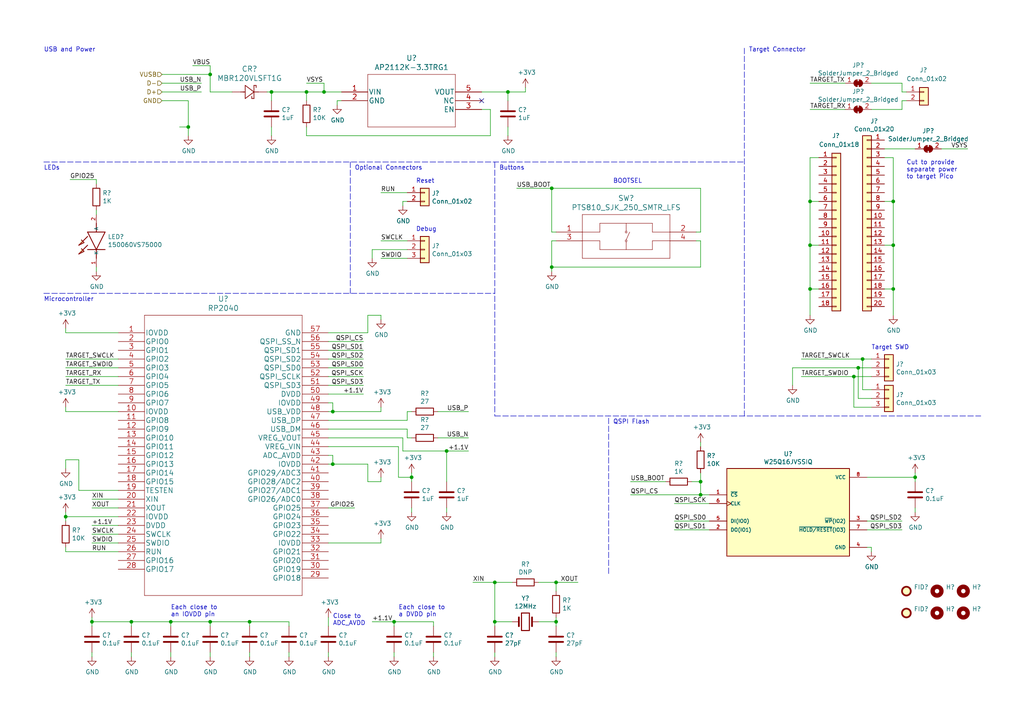
<source format=kicad_sch>
(kicad_sch (version 20211123) (generator eeschema)
  (paper "A4")
  (lib_symbols
    (symbol "150060VS75000:150060VS75000" (pin_names (offset 1.016))
      (property "Reference" "LED" (at 12.7 8.89 0))
      (property "Value" "150060VS75000_150060VS75000" (at 12.7 6.35 0))
      (symbol "150060VS75000_0_0"
        (pin bidirectional line (at 0 0 0) (length 2.54) (name "K") (number "1"))
        (pin bidirectional line (at 15.24 0 180) (length 2.54) (name "A") (number "2"))
      )
    )
    (symbol "2021-05-11_23-45-12:RP2040" (pin_names (offset 0.254))
      (property "Reference" "U" (at 30.48 10.16 0))
      (property "Value" "2021-05-11_23-45-12_RP2040" (at 30.48 7.62 0))
      (symbol "RP2040_1_1"
        (pin power_in line (at 0 0 0) (length 7.62) (name "IOVDD") (number "1"))
        (pin power_in line (at 0 -22.86 0) (length 7.62) (name "IOVDD") (number "10"))
        (pin bidirectional line (at 0 -25.4 0) (length 7.62) (name "GPIO8") (number "11"))
        (pin bidirectional line (at 0 -27.94 0) (length 7.62) (name "GPIO9") (number "12"))
        (pin bidirectional line (at 0 -30.48 0) (length 7.62) (name "GPIO10") (number "13"))
        (pin bidirectional line (at 0 -33.02 0) (length 7.62) (name "GPIO11") (number "14"))
        (pin bidirectional line (at 0 -35.56 0) (length 7.62) (name "GPIO12") (number "15"))
        (pin bidirectional line (at 0 -38.1 0) (length 7.62) (name "GPIO13") (number "16"))
        (pin bidirectional line (at 0 -40.64 0) (length 7.62) (name "GPIO14") (number "17"))
        (pin bidirectional line (at 0 -43.18 0) (length 7.62) (name "GPIO15") (number "18"))
        (pin unspecified line (at 0 -45.72 0) (length 7.62) (name "TESTEN") (number "19"))
        (pin bidirectional line (at 0 -2.54 0) (length 7.62) (name "GPIO0") (number "2"))
        (pin unspecified line (at 0 -48.26 0) (length 7.62) (name "XIN") (number "20"))
        (pin output line (at 0 -50.8 0) (length 7.62) (name "XOUT") (number "21"))
        (pin power_in line (at 0 -53.34 0) (length 7.62) (name "IOVDD") (number "22"))
        (pin power_in line (at 0 -55.88 0) (length 7.62) (name "DVDD") (number "23"))
        (pin unspecified line (at 0 -58.42 0) (length 7.62) (name "SWCLK") (number "24"))
        (pin unspecified line (at 0 -60.96 0) (length 7.62) (name "SWDIO") (number "25"))
        (pin unspecified line (at 0 -63.5 0) (length 7.62) (name "RUN") (number "26"))
        (pin bidirectional line (at 0 -66.04 0) (length 7.62) (name "GPIO16") (number "27"))
        (pin bidirectional line (at 0 -68.58 0) (length 7.62) (name "GPIO17") (number "28"))
        (pin bidirectional line (at 60.96 -71.12 180) (length 7.62) (name "GPIO18") (number "29"))
        (pin bidirectional line (at 0 -5.08 0) (length 7.62) (name "GPIO1") (number "3"))
        (pin bidirectional line (at 60.96 -68.58 180) (length 7.62) (name "GPIO19") (number "30"))
        (pin bidirectional line (at 60.96 -66.04 180) (length 7.62) (name "GPIO20") (number "31"))
        (pin bidirectional line (at 60.96 -63.5 180) (length 7.62) (name "GPIO21") (number "32"))
        (pin power_in line (at 60.96 -60.96 180) (length 7.62) (name "IOVDD") (number "33"))
        (pin bidirectional line (at 60.96 -58.42 180) (length 7.62) (name "GPIO22") (number "34"))
        (pin bidirectional line (at 60.96 -55.88 180) (length 7.62) (name "GPIO23") (number "35"))
        (pin bidirectional line (at 60.96 -53.34 180) (length 7.62) (name "GPIO24") (number "36"))
        (pin bidirectional line (at 60.96 -50.8 180) (length 7.62) (name "GPIO25") (number "37"))
        (pin bidirectional line (at 60.96 -48.26 180) (length 7.62) (name "GPIO26/ADC0") (number "38"))
        (pin bidirectional line (at 60.96 -45.72 180) (length 7.62) (name "GPIO27/ADC1") (number "39"))
        (pin bidirectional line (at 0 -7.62 0) (length 7.62) (name "GPIO2") (number "4"))
        (pin bidirectional line (at 60.96 -43.18 180) (length 7.62) (name "GPIO28/ADC2") (number "40"))
        (pin bidirectional line (at 60.96 -40.64 180) (length 7.62) (name "GPIO29/ADC3") (number "41"))
        (pin power_in line (at 60.96 -38.1 180) (length 7.62) (name "IOVDD") (number "42"))
        (pin power_in line (at 60.96 -35.56 180) (length 7.62) (name "ADC_AVDD") (number "43"))
        (pin unspecified line (at 60.96 -33.02 180) (length 7.62) (name "VREG_VIN") (number "44"))
        (pin output line (at 60.96 -30.48 180) (length 7.62) (name "VREG_VOUT") (number "45"))
        (pin unspecified line (at 60.96 -27.94 180) (length 7.62) (name "USB_DM") (number "46"))
        (pin unspecified line (at 60.96 -25.4 180) (length 7.62) (name "USB_DP") (number "47"))
        (pin power_in line (at 60.96 -22.86 180) (length 7.62) (name "USB_VDD") (number "48"))
        (pin power_in line (at 60.96 -20.32 180) (length 7.62) (name "IOVDD") (number "49"))
        (pin bidirectional line (at 0 -10.16 0) (length 7.62) (name "GPIO3") (number "5"))
        (pin power_in line (at 60.96 -17.78 180) (length 7.62) (name "DVDD") (number "50"))
        (pin bidirectional line (at 60.96 -15.24 180) (length 7.62) (name "QSPI_SD3") (number "51"))
        (pin unspecified line (at 60.96 -12.7 180) (length 7.62) (name "QSPI_SCLK") (number "52"))
        (pin bidirectional line (at 60.96 -10.16 180) (length 7.62) (name "QSPI_SD0") (number "53"))
        (pin bidirectional line (at 60.96 -7.62 180) (length 7.62) (name "QSPI_SD2") (number "54"))
        (pin bidirectional line (at 60.96 -5.08 180) (length 7.62) (name "QSPI_SD1") (number "55"))
        (pin unspecified line (at 60.96 -2.54 180) (length 7.62) (name "QSPI_SS_N") (number "56"))
        (pin power_in line (at 60.96 0 180) (length 7.62) (name "GND") (number "57"))
        (pin bidirectional line (at 0 -12.7 0) (length 7.62) (name "GPIO4") (number "6"))
        (pin bidirectional line (at 0 -15.24 0) (length 7.62) (name "GPIO5") (number "7"))
        (pin bidirectional line (at 0 -17.78 0) (length 7.62) (name "GPIO6") (number "8"))
        (pin bidirectional line (at 0 -20.32 0) (length 7.62) (name "GPIO7") (number "9"))
      )
    )
    (symbol "2021-05-12_00-19-53:AP2112K-3.3TRG1" (pin_names (offset 0.254))
      (property "Reference" "U" (at 20.32 10.16 0))
      (property "Value" "2021-05-12_00-19-53_AP2112K-3.3TRG1" (at 20.32 7.62 0))
      (symbol "AP2112K-3.3TRG1_1_1"
        (pin unspecified line (at 0 0 0) (length 7.62) (name "VIN") (number "1"))
        (pin unspecified line (at 0 -2.54 0) (length 7.62) (name "GND") (number "2"))
        (pin unspecified line (at 40.64 -5.08 180) (length 7.62) (name "EN") (number "3"))
        (pin unspecified line (at 40.64 -2.54 180) (length 7.62) (name "NC") (number "4"))
        (pin unspecified line (at 40.64 0 180) (length 7.62) (name "VOUT") (number "5"))
      )
    )
    (symbol "2021-05-12_00-49-18:MBR120VLSFT1G" (pin_numbers hide) (pin_names hide)
      (property "Reference" "CR" (at 5.08 4.445 0))
      (property "Value" "2021-05-12_00-49-18_MBR120VLSFT1G" (at 5.08 -7.62 0))
      (symbol "MBR120VLSFT1G_1_1"
        (pin unspecified line (at 10.16 0 180) (length 2.54) (name "~") (number "1"))
        (pin unspecified line (at 0 0 0) (length 2.54) (name "~") (number "2"))
      )
    )
    (symbol "2021-05-12_02-12-02:PTS810_SJK_250_SMTR_LFS" (pin_names (offset 0.254) hide)
      (property "Reference" "SW" (at 20.32 10.16 0))
      (property "Value" "2021-05-12_02-12-02_PTS810_SJK_250_SMTR_LFS" (at 20.32 7.62 0))
      (symbol "PTS810_SJK_250_SMTR_LFS_1_1"
        (pin unspecified line (at 0 0 0) (length 7.62) (name "1") (number "1"))
        (pin unspecified line (at 40.64 0 180) (length 7.62) (name "2") (number "2"))
        (pin unspecified line (at 0 -2.54 0) (length 7.62) (name "3") (number "3"))
        (pin unspecified line (at 40.64 -2.54 180) (length 7.62) (name "4") (number "4"))
      )
    )
    (symbol "Connector_Generic:Conn_01x02" (pin_names (offset 1.016) hide)
      (property "Reference" "J" (at 0 2.54 0))
      (property "Value" "Conn_01x02" (at 0 -5.08 0))
      (symbol "Conn_01x02_1_1"
        (pin passive line (at -5.08 0 0) (length 3.81) (name "Pin_1") (number "1"))
        (pin passive line (at -5.08 -2.54 0) (length 3.81) (name "Pin_2") (number "2"))
      )
    )
    (symbol "Connector_Generic:Conn_01x03" (pin_names (offset 1.016) hide)
      (property "Reference" "J" (at 0 5.08 0))
      (property "Value" "Conn_01x03" (at 0 -5.08 0))
      (symbol "Conn_01x03_1_1"
        (pin passive line (at -5.08 2.54 0) (length 3.81) (name "Pin_1") (number "1"))
        (pin passive line (at -5.08 0 0) (length 3.81) (name "Pin_2") (number "2"))
        (pin passive line (at -5.08 -2.54 0) (length 3.81) (name "Pin_3") (number "3"))
      )
    )
    (symbol "Connector_Generic:Conn_01x18" (pin_names (offset 1.016) hide)
      (property "Reference" "J" (at 0 22.86 0))
      (property "Value" "Conn_01x18" (at 0 -25.4 0))
      (symbol "Conn_01x18_1_1"
        (pin passive line (at -5.08 20.32 0) (length 3.81) (name "Pin_1") (number "1"))
        (pin passive line (at -5.08 -2.54 0) (length 3.81) (name "Pin_10") (number "10"))
        (pin passive line (at -5.08 -5.08 0) (length 3.81) (name "Pin_11") (number "11"))
        (pin passive line (at -5.08 -7.62 0) (length 3.81) (name "Pin_12") (number "12"))
        (pin passive line (at -5.08 -10.16 0) (length 3.81) (name "Pin_13") (number "13"))
        (pin passive line (at -5.08 -12.7 0) (length 3.81) (name "Pin_14") (number "14"))
        (pin passive line (at -5.08 -15.24 0) (length 3.81) (name "Pin_15") (number "15"))
        (pin passive line (at -5.08 -17.78 0) (length 3.81) (name "Pin_16") (number "16"))
        (pin passive line (at -5.08 -20.32 0) (length 3.81) (name "Pin_17") (number "17"))
        (pin passive line (at -5.08 -22.86 0) (length 3.81) (name "Pin_18") (number "18"))
        (pin passive line (at -5.08 17.78 0) (length 3.81) (name "Pin_2") (number "2"))
        (pin passive line (at -5.08 15.24 0) (length 3.81) (name "Pin_3") (number "3"))
        (pin passive line (at -5.08 12.7 0) (length 3.81) (name "Pin_4") (number "4"))
        (pin passive line (at -5.08 10.16 0) (length 3.81) (name "Pin_5") (number "5"))
        (pin passive line (at -5.08 7.62 0) (length 3.81) (name "Pin_6") (number "6"))
        (pin passive line (at -5.08 5.08 0) (length 3.81) (name "Pin_7") (number "7"))
        (pin passive line (at -5.08 2.54 0) (length 3.81) (name "Pin_8") (number "8"))
        (pin passive line (at -5.08 0 0) (length 3.81) (name "Pin_9") (number "9"))
      )
    )
    (symbol "Connector_Generic:Conn_01x20" (pin_names (offset 1.016) hide)
      (property "Reference" "J" (at 0 25.4 0))
      (property "Value" "Conn_01x20" (at 0 -27.94 0))
      (symbol "Conn_01x20_1_1"
        (pin passive line (at -5.08 22.86 0) (length 3.81) (name "Pin_1") (number "1"))
        (pin passive line (at -5.08 0 0) (length 3.81) (name "Pin_10") (number "10"))
        (pin passive line (at -5.08 -2.54 0) (length 3.81) (name "Pin_11") (number "11"))
        (pin passive line (at -5.08 -5.08 0) (length 3.81) (name "Pin_12") (number "12"))
        (pin passive line (at -5.08 -7.62 0) (length 3.81) (name "Pin_13") (number "13"))
        (pin passive line (at -5.08 -10.16 0) (length 3.81) (name "Pin_14") (number "14"))
        (pin passive line (at -5.08 -12.7 0) (length 3.81) (name "Pin_15") (number "15"))
        (pin passive line (at -5.08 -15.24 0) (length 3.81) (name "Pin_16") (number "16"))
        (pin passive line (at -5.08 -17.78 0) (length 3.81) (name "Pin_17") (number "17"))
        (pin passive line (at -5.08 -20.32 0) (length 3.81) (name "Pin_18") (number "18"))
        (pin passive line (at -5.08 -22.86 0) (length 3.81) (name "Pin_19") (number "19"))
        (pin passive line (at -5.08 20.32 0) (length 3.81) (name "Pin_2") (number "2"))
        (pin passive line (at -5.08 -25.4 0) (length 3.81) (name "Pin_20") (number "20"))
        (pin passive line (at -5.08 17.78 0) (length 3.81) (name "Pin_3") (number "3"))
        (pin passive line (at -5.08 15.24 0) (length 3.81) (name "Pin_4") (number "4"))
        (pin passive line (at -5.08 12.7 0) (length 3.81) (name "Pin_5") (number "5"))
        (pin passive line (at -5.08 10.16 0) (length 3.81) (name "Pin_6") (number "6"))
        (pin passive line (at -5.08 7.62 0) (length 3.81) (name "Pin_7") (number "7"))
        (pin passive line (at -5.08 5.08 0) (length 3.81) (name "Pin_8") (number "8"))
        (pin passive line (at -5.08 2.54 0) (length 3.81) (name "Pin_9") (number "9"))
      )
    )
    (symbol "Device:C" (pin_numbers hide) (pin_names (offset 0.254))
      (property "Reference" "C" (at 0.635 2.54 0))
      (property "Value" "C" (at 0.635 -2.54 0))
      (symbol "C_1_1"
        (pin passive line (at 0 3.81 270) (length 2.794) (name "~") (number "1"))
        (pin passive line (at 0 -3.81 90) (length 2.794) (name "~") (number "2"))
      )
    )
    (symbol "Device:Crystal" (pin_numbers hide) (pin_names (offset 1.016) hide)
      (property "Reference" "Y" (at 0 3.81 0))
      (property "Value" "Crystal" (at 0 -3.81 0))
      (symbol "Crystal_1_1"
        (pin passive line (at -3.81 0 0) (length 1.27) (name "1") (number "1"))
        (pin passive line (at 3.81 0 180) (length 1.27) (name "2") (number "2"))
      )
    )
    (symbol "Device:R" (pin_numbers hide) (pin_names (offset 0))
      (property "Reference" "R" (at 2.032 0 90))
      (property "Value" "R" (at 0 0 90))
      (symbol "R_1_1"
        (pin passive line (at 0 3.81 270) (length 1.27) (name "~") (number "1"))
        (pin passive line (at 0 -3.81 90) (length 1.27) (name "~") (number "2"))
      )
    )
    (symbol "Jumper:SolderJumper_2_Bridged" (pin_names (offset 0) hide)
      (property "Reference" "JP" (at 0 2.032 0))
      (property "Value" "SolderJumper_2_Bridged" (at 0 -2.54 0))
      (symbol "SolderJumper_2_Bridged_1_1"
        (pin passive line (at -3.81 0 0) (length 2.54) (name "A") (number "1"))
        (pin passive line (at 3.81 0 180) (length 2.54) (name "B") (number "2"))
      )
    )
    (symbol "Mechanical:Fiducial"
      (property "Reference" "FID" (at 0 5.08 0))
      (property "Value" "Fiducial" (at 0 3.175 0))
    )
    (symbol "Mechanical:MountingHole" (pin_names (offset 1.016))
      (property "Reference" "H" (at 0 5.08 0))
      (property "Value" "MountingHole" (at 0 3.175 0))
    )
    (symbol "W25Q16JVSSIQ:W25Q16JVSSIQ" (pin_names (offset 1.016))
      (property "Reference" "U" (at -17.78 13.335 0))
      (property "Value" "W25Q16JVSSIQ_W25Q16JVSSIQ" (at -17.78 -15.24 0))
      (symbol "W25Q16JVSSIQ_0_0"
        (pin input line (at -22.86 5.08 0) (length 5.08) (name "~{CS}") (number "1"))
        (pin bidirectional line (at -22.86 -5.08 0) (length 5.08) (name "DO(IO1)") (number "2"))
        (pin bidirectional line (at 22.86 -2.54 180) (length 5.08) (name "~{WP}(IO2)") (number "3"))
        (pin power_in line (at 22.86 -10.16 180) (length 5.08) (name "GND") (number "4"))
        (pin bidirectional line (at -22.86 -2.54 0) (length 5.08) (name "DI(IO0)") (number "5"))
        (pin input clock (at -22.86 2.54 0) (length 5.08) (name "CLK") (number "6"))
        (pin bidirectional line (at 22.86 -5.08 180) (length 5.08) (name "~{HOLD/RESET}(IO3)") (number "7"))
        (pin power_in line (at 22.86 10.16 180) (length 5.08) (name "VCC") (number "8"))
      )
    )
    (symbol "power:+3.3V" (power) (pin_names (offset 0))
      (property "Value" "+3.3V" (at 0 3.556 0))
      (symbol "+3.3V_1_1"
        (pin power_in line (at 0 0 90) (length 0) hide (name "+3V3") (number "1"))
      )
    )
    (symbol "power:GND" (power) (pin_names (offset 0))
      (property "Value" "GND" (at 0 -3.81 0))
      (symbol "GND_1_1"
        (pin power_in line (at 0 0 270) (length 0) hide (name "GND") (number "1"))
      )
    )
  )
  (junction (at 54.61 36.83))
  (junction (at 72.39 180.34))
  (junction (at 161.29 180.34))
  (junction (at 203.2 143.51))
  (junction (at 147.32 26.67))
  (junction (at 60.96 21.59))
  (junction (at 129.54 130.81))
  (junction (at 234.95 58.42))
  (junction (at 93.98 26.67))
  (junction (at 26.67 180.34))
  (junction (at 19.05 149.86))
  (junction (at 259.08 83.82))
  (junction (at 259.08 58.42))
  (junction (at 143.51 168.91))
  (junction (at 160.02 54.61))
  (junction (at 160.02 77.47))
  (junction (at 88.9 26.67))
  (junction (at 49.53 180.34))
  (junction (at 60.96 180.34))
  (junction (at 161.29 168.91))
  (junction (at 265.43 138.43))
  (junction (at 203.2 139.7))
  (junction (at 234.95 71.12))
  (junction (at 250.19 104.14))
  (junction (at 38.1 180.34))
  (junction (at 259.08 71.12))
  (junction (at 119.38 138.43))
  (junction (at 143.51 180.34))
  (junction (at 96.52 119.38))
  (junction (at 114.3 180.34))
  (junction (at 78.74 26.67))
  (junction (at 234.95 83.82))
  (junction (at 248.92 106.68))
  (junction (at 247.65 109.22))
  (junction (at 96.52 134.62))
  (no_connect (at 139.7 29.21))
  (wire (pts (xy 129.54 147.32) (xy 129.54 148.59)))
  (wire (pts (xy 160.02 77.47) (xy 160.02 78.74)))
  (wire (pts (xy 95.25 129.54) (xy 115.57 129.54)))
  (wire (pts (xy 261.62 31.75) (xy 252.73 31.75)))
  (wire (pts (xy 34.29 154.94) (xy 26.67 154.94)))
  (wire (pts (xy 119.38 138.43) (xy 119.38 137.16)))
  (wire (pts (xy 237.49 83.82) (xy 234.95 83.82)))
  (wire (pts (xy 19.05 104.14) (xy 34.29 104.14)))
  (wire (pts (xy 96.52 134.62) (xy 106.68 134.62)))
  (wire (pts (xy 148.59 180.34) (xy 143.51 180.34)))
  (wire (pts (xy 203.2 69.85) (xy 201.93 69.85)))
  (wire (pts (xy 95.25 147.32) (xy 102.87 147.32)))
  (wire (pts (xy 54.61 29.21) (xy 54.61 36.83)))
  (wire (pts (xy 95.25 116.84) (xy 96.52 116.84)))
  (wire (pts (xy 93.98 26.67) (xy 99.06 26.67)))
  (wire (pts (xy 252.73 118.11) (xy 247.65 118.11)))
  (wire (pts (xy 83.82 181.61) (xy 83.82 180.34)))
  (wire (pts (xy 143.51 168.91) (xy 137.16 168.91)))
  (wire (pts (xy 106.68 134.62) (xy 106.68 139.7)))
  (wire (pts (xy 95.25 127) (xy 116.84 127)))
  (wire (pts (xy 38.1 189.23) (xy 38.1 190.5)))
  (wire (pts (xy 256.54 83.82) (xy 259.08 83.82)))
  (wire (pts (xy 237.49 45.72) (xy 234.95 45.72)))
  (wire (pts (xy 34.29 147.32) (xy 26.67 147.32)))
  (wire (pts (xy 60.96 189.23) (xy 60.96 190.5)))
  (wire (pts (xy 251.46 158.75) (xy 252.73 158.75)))
  (polyline (pts (xy 143.51 46.99) (xy 143.51 120.65)))
  (wire (pts (xy 127 119.38) (xy 135.89 119.38)))
  (wire (pts (xy 72.39 189.23) (xy 72.39 190.5)))
  (wire (pts (xy 26.67 180.34) (xy 26.67 179.07)))
  (wire (pts (xy 205.74 143.51) (xy 203.2 143.51)))
  (wire (pts (xy 259.08 45.72) (xy 259.08 58.42)))
  (wire (pts (xy 95.25 109.22) (xy 105.41 109.22)))
  (wire (pts (xy 143.51 180.34) (xy 143.51 168.91)))
  (wire (pts (xy 110.49 91.44) (xy 110.49 92.71)))
  (wire (pts (xy 106.68 139.7) (xy 110.49 139.7)))
  (wire (pts (xy 160.02 69.85) (xy 160.02 77.47)))
  (wire (pts (xy 19.05 151.13) (xy 19.05 149.86)))
  (wire (pts (xy 161.29 189.23) (xy 161.29 190.5)))
  (wire (pts (xy 247.65 118.11) (xy 247.65 109.22)))
  (wire (pts (xy 147.32 26.67) (xy 152.4 26.67)))
  (wire (pts (xy 110.49 139.7) (xy 110.49 138.43)))
  (wire (pts (xy 251.46 151.13) (xy 261.62 151.13)))
  (wire (pts (xy 115.57 138.43) (xy 119.38 138.43)))
  (wire (pts (xy 46.99 21.59) (xy 60.96 21.59)))
  (wire (pts (xy 26.67 180.34) (xy 26.67 181.61)))
  (wire (pts (xy 95.25 189.23) (xy 95.25 190.5)))
  (wire (pts (xy 106.68 96.52) (xy 106.68 91.44)))
  (polyline (pts (xy 143.51 120.65) (xy 284.48 120.65)))
  (wire (pts (xy 129.54 139.7) (xy 129.54 130.81)))
  (wire (pts (xy 60.96 181.61) (xy 60.96 180.34)))
  (wire (pts (xy 95.25 119.38) (xy 96.52 119.38)))
  (wire (pts (xy 152.4 26.67) (xy 152.4 25.4)))
  (wire (pts (xy 19.05 149.86) (xy 34.29 149.86)))
  (wire (pts (xy 26.67 189.23) (xy 26.67 190.5)))
  (wire (pts (xy 143.51 181.61) (xy 143.51 180.34)))
  (wire (pts (xy 248.92 115.57) (xy 252.73 115.57)))
  (wire (pts (xy 95.25 101.6) (xy 105.41 101.6)))
  (wire (pts (xy 95.25 104.14) (xy 105.41 104.14)))
  (wire (pts (xy 259.08 71.12) (xy 259.08 83.82)))
  (wire (pts (xy 203.2 139.7) (xy 203.2 137.16)))
  (wire (pts (xy 19.05 160.02) (xy 19.05 158.75)))
  (wire (pts (xy 203.2 77.47) (xy 203.2 69.85)))
  (wire (pts (xy 27.94 77.47) (xy 27.94 78.74)))
  (wire (pts (xy 118.11 74.93) (xy 110.49 74.93)))
  (wire (pts (xy 118.11 127) (xy 119.38 127)))
  (wire (pts (xy 195.58 146.05) (xy 205.74 146.05)))
  (wire (pts (xy 95.25 179.07) (xy 95.25 181.61)))
  (wire (pts (xy 22.86 133.35) (xy 19.05 133.35)))
  (wire (pts (xy 34.29 157.48) (xy 26.67 157.48)))
  (wire (pts (xy 46.99 26.67) (xy 58.42 26.67)))
  (wire (pts (xy 19.05 160.02) (xy 34.29 160.02)))
  (wire (pts (xy 234.95 31.75) (xy 245.11 31.75)))
  (wire (pts (xy 49.53 181.61) (xy 49.53 180.34)))
  (wire (pts (xy 95.25 99.06) (xy 105.41 99.06)))
  (wire (pts (xy 234.95 58.42) (xy 234.95 71.12)))
  (wire (pts (xy 127 127) (xy 135.89 127)))
  (wire (pts (xy 125.73 181.61) (xy 125.73 180.34)))
  (wire (pts (xy 142.24 31.75) (xy 139.7 31.75)))
  (wire (pts (xy 88.9 36.83) (xy 88.9 39.37)))
  (wire (pts (xy 203.2 143.51) (xy 203.2 139.7)))
  (wire (pts (xy 96.52 116.84) (xy 96.52 119.38)))
  (wire (pts (xy 252.73 106.68) (xy 248.92 106.68)))
  (wire (pts (xy 160.02 77.47) (xy 203.2 77.47)))
  (wire (pts (xy 234.95 71.12) (xy 234.95 83.82)))
  (wire (pts (xy 27.94 60.96) (xy 27.94 62.23)))
  (wire (pts (xy 19.05 119.38) (xy 19.05 118.11)))
  (wire (pts (xy 97.79 29.21) (xy 99.06 29.21)))
  (wire (pts (xy 116.84 127) (xy 116.84 130.81)))
  (polyline (pts (xy 12.7 85.09) (xy 143.51 85.09)))
  (wire (pts (xy 93.98 26.67) (xy 93.98 24.13)))
  (wire (pts (xy 237.49 71.12) (xy 234.95 71.12)))
  (wire (pts (xy 273.05 43.18) (xy 280.67 43.18)))
  (wire (pts (xy 201.93 67.31) (xy 203.2 67.31)))
  (wire (pts (xy 114.3 181.61) (xy 114.3 180.34)))
  (wire (pts (xy 129.54 130.81) (xy 135.89 130.81)))
  (wire (pts (xy 118.11 119.38) (xy 119.38 119.38)))
  (wire (pts (xy 203.2 67.31) (xy 203.2 54.61)))
  (wire (pts (xy 118.11 121.92) (xy 118.11 119.38)))
  (wire (pts (xy 107.95 72.39) (xy 118.11 72.39)))
  (wire (pts (xy 78.74 26.67) (xy 88.9 26.67)))
  (wire (pts (xy 78.74 26.67) (xy 78.74 29.21)))
  (wire (pts (xy 256.54 58.42) (xy 259.08 58.42)))
  (wire (pts (xy 34.29 144.78) (xy 26.67 144.78)))
  (wire (pts (xy 250.19 113.03) (xy 250.19 104.14)))
  (wire (pts (xy 52.07 36.83) (xy 54.61 36.83)))
  (wire (pts (xy 54.61 36.83) (xy 54.61 39.37)))
  (wire (pts (xy 78.74 36.83) (xy 78.74 39.37)))
  (wire (pts (xy 96.52 119.38) (xy 110.49 119.38)))
  (wire (pts (xy 118.11 55.88) (xy 110.49 55.88)))
  (wire (pts (xy 234.95 45.72) (xy 234.95 58.42)))
  (wire (pts (xy 19.05 148.59) (xy 19.05 149.86)))
  (polyline (pts (xy 176.53 166.37) (xy 176.53 120.65)))
  (wire (pts (xy 265.43 137.16) (xy 265.43 138.43)))
  (wire (pts (xy 256.54 43.18) (xy 265.43 43.18)))
  (wire (pts (xy 107.95 74.93) (xy 107.95 72.39)))
  (wire (pts (xy 49.53 180.34) (xy 38.1 180.34)))
  (wire (pts (xy 49.53 189.23) (xy 49.53 190.5)))
  (wire (pts (xy 60.96 21.59) (xy 60.96 19.05)))
  (wire (pts (xy 95.25 134.62) (xy 96.52 134.62)))
  (wire (pts (xy 161.29 180.34) (xy 161.29 181.61)))
  (wire (pts (xy 19.05 133.35) (xy 19.05 135.89)))
  (wire (pts (xy 252.73 113.03) (xy 250.19 113.03)))
  (wire (pts (xy 147.32 26.67) (xy 147.32 29.21)))
  (wire (pts (xy 256.54 45.72) (xy 259.08 45.72)))
  (wire (pts (xy 161.29 69.85) (xy 160.02 69.85)))
  (wire (pts (xy 251.46 138.43) (xy 265.43 138.43)))
  (wire (pts (xy 88.9 26.67) (xy 93.98 26.67)))
  (wire (pts (xy 156.21 180.34) (xy 161.29 180.34)))
  (wire (pts (xy 72.39 180.34) (xy 60.96 180.34)))
  (wire (pts (xy 118.11 58.42) (xy 116.84 58.42)))
  (wire (pts (xy 143.51 189.23) (xy 143.51 190.5)))
  (wire (pts (xy 252.73 158.75) (xy 252.73 160.02)))
  (wire (pts (xy 95.25 96.52) (xy 106.68 96.52)))
  (wire (pts (xy 234.95 83.82) (xy 234.95 91.44)))
  (wire (pts (xy 182.88 143.51) (xy 203.2 143.51)))
  (wire (pts (xy 259.08 58.42) (xy 259.08 71.12)))
  (wire (pts (xy 118.11 124.46) (xy 118.11 127)))
  (wire (pts (xy 251.46 153.67) (xy 261.62 153.67)))
  (wire (pts (xy 143.51 168.91) (xy 148.59 168.91)))
  (wire (pts (xy 27.94 52.07) (xy 20.32 52.07)))
  (polyline (pts (xy 101.6 46.99) (xy 101.6 85.09)))
  (wire (pts (xy 60.96 26.67) (xy 67.31 26.67)))
  (wire (pts (xy 160.02 67.31) (xy 161.29 67.31)))
  (wire (pts (xy 83.82 180.34) (xy 72.39 180.34)))
  (wire (pts (xy 19.05 119.38) (xy 34.29 119.38)))
  (wire (pts (xy 156.21 168.91) (xy 161.29 168.91)))
  (wire (pts (xy 232.41 109.22) (xy 247.65 109.22)))
  (wire (pts (xy 161.29 168.91) (xy 161.29 171.45)))
  (wire (pts (xy 203.2 128.27) (xy 203.2 129.54)))
  (wire (pts (xy 250.19 104.14) (xy 252.73 104.14)))
  (wire (pts (xy 261.62 29.21) (xy 261.62 31.75)))
  (wire (pts (xy 34.29 111.76) (xy 19.05 111.76)))
  (polyline (pts (xy 12.7 46.99) (xy 215.9 46.99)))
  (wire (pts (xy 114.3 189.23) (xy 114.3 190.5)))
  (wire (pts (xy 34.29 106.68) (xy 19.05 106.68)))
  (wire (pts (xy 119.38 147.32) (xy 119.38 148.59)))
  (wire (pts (xy 95.25 106.68) (xy 105.41 106.68)))
  (wire (pts (xy 232.41 104.14) (xy 250.19 104.14)))
  (wire (pts (xy 229.87 106.68) (xy 229.87 111.76)))
  (wire (pts (xy 95.25 111.76) (xy 105.41 111.76)))
  (wire (pts (xy 88.9 39.37) (xy 142.24 39.37)))
  (wire (pts (xy 34.29 109.22) (xy 19.05 109.22)))
  (wire (pts (xy 259.08 83.82) (xy 259.08 91.44)))
  (polyline (pts (xy 215.9 13.97) (xy 215.9 120.65)))
  (wire (pts (xy 261.62 26.67) (xy 261.62 24.13)))
  (wire (pts (xy 46.99 29.21) (xy 54.61 29.21)))
  (wire (pts (xy 38.1 181.61) (xy 38.1 180.34)))
  (wire (pts (xy 161.29 168.91) (xy 167.64 168.91)))
  (wire (pts (xy 22.86 142.24) (xy 22.86 133.35)))
  (wire (pts (xy 96.52 132.08) (xy 96.52 134.62)))
  (wire (pts (xy 125.73 180.34) (xy 114.3 180.34)))
  (wire (pts (xy 125.73 189.23) (xy 125.73 190.5)))
  (wire (pts (xy 193.04 139.7) (xy 182.88 139.7)))
  (wire (pts (xy 116.84 58.42) (xy 116.84 59.69)))
  (wire (pts (xy 205.74 153.67) (xy 195.58 153.67)))
  (wire (pts (xy 115.57 129.54) (xy 115.57 138.43)))
  (wire (pts (xy 106.68 91.44) (xy 110.49 91.44)))
  (wire (pts (xy 107.95 180.34) (xy 114.3 180.34)))
  (wire (pts (xy 46.99 24.13) (xy 58.42 24.13)))
  (wire (pts (xy 77.47 26.67) (xy 78.74 26.67)))
  (wire (pts (xy 200.66 139.7) (xy 203.2 139.7)))
  (wire (pts (xy 256.54 71.12) (xy 259.08 71.12)))
  (wire (pts (xy 95.25 114.3) (xy 105.41 114.3)))
  (wire (pts (xy 34.29 152.4) (xy 26.67 152.4)))
  (wire (pts (xy 97.79 30.48) (xy 97.79 29.21)))
  (wire (pts (xy 93.98 24.13) (xy 88.9 24.13)))
  (wire (pts (xy 116.84 130.81) (xy 129.54 130.81)))
  (wire (pts (xy 142.24 39.37) (xy 142.24 31.75)))
  (wire (pts (xy 265.43 138.43) (xy 265.43 139.7)))
  (wire (pts (xy 95.25 121.92) (xy 118.11 121.92)))
  (wire (pts (xy 203.2 54.61) (xy 160.02 54.61)))
  (wire (pts (xy 262.89 29.21) (xy 261.62 29.21)))
  (wire (pts (xy 160.02 54.61) (xy 149.86 54.61)))
  (wire (pts (xy 110.49 119.38) (xy 110.49 118.11)))
  (wire (pts (xy 83.82 189.23) (xy 83.82 190.5)))
  (wire (pts (xy 237.49 58.42) (xy 234.95 58.42)))
  (wire (pts (xy 34.29 142.24) (xy 22.86 142.24)))
  (wire (pts (xy 110.49 157.48) (xy 110.49 156.21)))
  (wire (pts (xy 95.25 132.08) (xy 96.52 132.08)))
  (wire (pts (xy 161.29 179.07) (xy 161.29 180.34)))
  (wire (pts (xy 60.96 19.05) (xy 55.88 19.05)))
  (wire (pts (xy 248.92 106.68) (xy 248.92 115.57)))
  (wire (pts (xy 265.43 147.32) (xy 265.43 148.59)))
  (wire (pts (xy 262.89 26.67) (xy 261.62 26.67)))
  (wire (pts (xy 72.39 181.61) (xy 72.39 180.34)))
  (wire (pts (xy 19.05 96.52) (xy 19.05 95.25)))
  (wire (pts (xy 147.32 36.83) (xy 147.32 39.37)))
  (wire (pts (xy 234.95 24.13) (xy 245.11 24.13)))
  (wire (pts (xy 261.62 24.13) (xy 252.73 24.13)))
  (wire (pts (xy 27.94 53.34) (xy 27.94 52.07)))
  (wire (pts (xy 60.96 180.34) (xy 49.53 180.34)))
  (wire (pts (xy 205.74 151.13) (xy 195.58 151.13)))
  (wire (pts (xy 19.05 96.52) (xy 34.29 96.52)))
  (wire (pts (xy 139.7 26.67) (xy 147.32 26.67)))
  (wire (pts (xy 60.96 21.59) (xy 60.96 26.67)))
  (wire (pts (xy 160.02 54.61) (xy 160.02 67.31)))
  (wire (pts (xy 119.38 138.43) (xy 119.38 139.7)))
  (wire (pts (xy 95.25 124.46) (xy 118.11 124.46)))
  (wire (pts (xy 229.87 106.68) (xy 248.92 106.68)))
  (wire (pts (xy 88.9 26.67) (xy 88.9 29.21)))
  (wire (pts (xy 118.11 69.85) (xy 110.49 69.85)))
  (wire (pts (xy 95.25 157.48) (xy 110.49 157.48)))
  (wire (pts (xy 247.65 109.22) (xy 252.73 109.22)))
  (wire (pts (xy 38.1 180.34) (xy 26.67 180.34)))
  (text "Close to\nADC_AVDD" (at 96.52 181.61 0) (effects (font (size 1.27 1.27)) (justify left bottom)))
  (text "Target Connector" (at 217.17 15.24 0) (effects (font (size 1.27 1.27)) (justify left bottom)))
  (text "Each close to\na DVDD pin" (at 115.57 179.07 0) (effects (font (size 1.27 1.27)) (justify left bottom)))
  (text "Debug" (at 120.65 67.31 0) (effects (font (size 1.27 1.27)) (justify left bottom)))
  (text "USB and Power" (at 12.7 15.24 0) (effects (font (size 1.27 1.27)) (justify left bottom)))
  (text "Buttons" (at 144.78 49.53 0) (effects (font (size 1.27 1.27)) (justify left bottom)))
  (text "BOOTSEL" (at 177.8 53.34 0) (effects (font (size 1.27 1.27)) (justify left bottom)))
  (text "Microcontroller" (at 12.7 87.63 0) (effects (font (size 1.27 1.27)) (justify left bottom)))
  (text "Each close to\nan IOVDD pin" (at 49.53 179.07 0) (effects (font (size 1.27 1.27)) (justify left bottom)))
  (text "Target SWD" (at 252.73 101.6 0) (effects (font (size 1.27 1.27)) (justify left bottom)))
  (text "Reset" (at 120.65 53.34 0) (effects (font (size 1.27 1.27)) (justify left bottom)))
  (text "Optional Connectors" (at 102.87 49.53 0) (effects (font (size 1.27 1.27)) (justify left bottom)))
  (text "Cut to provide\nseparate power\nto target Pico" (at 262.89 52.07 0) (effects (font (size 1.27 1.27)) (justify left bottom)))
  (text "QSPI Flash" (at 177.8 123.19 0) (effects (font (size 1.27 1.27)) (justify left bottom)))
  (text "LEDs" (at 12.7 49.53 0) (effects (font (size 1.27 1.27)) (justify left bottom)))
  (label "QSPI_SD0" (at 195.58 151.13 0))
  (label "+1.1V" (at 135.89 130.81 180))
  (label "USB_BOOT" (at 149.86 54.61 0))
  (label "TARGET_SWCLK" (at 19.05 104.14 0))
  (label "VBUS" (at 55.88 19.05 0))
  (label "XOUT" (at 167.64 168.91 180))
  (label "XIN" (at 137.16 168.91 0))
  (label "+1.1V" (at 105.41 114.3 180))
  (label "TARGET_SWDIO" (at 232.41 109.22 0))
  (label "XOUT" (at 26.67 147.32 0))
  (label "USB_N" (at 135.89 127 180))
  (label "TARGET_RX" (at 19.05 109.22 0))
  (label "USB_N" (at 58.42 24.13 180))
  (label "QSPI_SD0" (at 105.41 106.68 180))
  (label "QSPI_SD3" (at 105.41 111.76 180))
  (label "QSPI_SD2" (at 261.62 151.13 180))
  (label "USB_P" (at 58.42 26.67 180))
  (label "TARGET_TX" (at 234.95 24.13 0))
  (label "QSPI_SD1" (at 105.41 101.6 180))
  (label "TARGET_RX" (at 234.95 31.75 0))
  (label "VSYS" (at 88.9 24.13 0))
  (label "QSPI_SD3" (at 261.62 153.67 180))
  (label "QSPI_CS" (at 105.41 99.06 180))
  (label "XIN" (at 26.67 144.78 0))
  (label "SWCLK" (at 110.49 69.85 0))
  (label "RUN" (at 110.49 55.88 0))
  (label "GPIO25" (at 20.32 52.07 0))
  (label "SWDIO" (at 26.67 157.48 0))
  (label "QSPI_CS" (at 182.88 143.51 0))
  (label "SWDIO" (at 110.49 74.93 0))
  (label "QSPI_SCK" (at 195.58 146.05 0))
  (label "TARGET_TX" (at 19.05 111.76 0))
  (label "+1.1V" (at 107.95 180.34 0))
  (label "+1.1V" (at 26.67 152.4 0))
  (label "QSPI_SD2" (at 105.41 104.14 180))
  (label "SWCLK" (at 26.67 154.94 0))
  (label "TARGET_SWCLK" (at 232.41 104.14 0))
  (label "QSPI_SD1" (at 195.58 153.67 0))
  (label "GPIO25" (at 102.87 147.32 180))
  (label "USB_BOOT" (at 182.88 139.7 0))
  (label "QSPI_SCK" (at 105.41 109.22 180))
  (label "USB_P" (at 135.89 119.38 180))
  (label "VSYS" (at 280.67 43.18 180))
  (label "RUN" (at 26.67 160.02 0))
  (label "TARGET_SWDIO" (at 19.05 106.68 0))
  (hierarchical_label "D+" (shape input) (at 46.99 26.67 180))
  (hierarchical_label "VUSB" (shape input) (at 46.99 21.59 180))
  (hierarchical_label "D-" (shape input) (at 46.99 24.13 180))
  (hierarchical_label "GND" (shape input) (at 46.99 29.21 180))
  (symbol (lib_id "power:GND") (at 160.02 78.74 0) (unit 1)
    (property "Reference" "#PWR?" (effects hide))
    (property "Value" "GND" (at 160.147 83.1342 0))
  )
  (symbol (lib_id "power:GND") (at 125.73 190.5 0) (unit 1)
    (property "Reference" "#PWR?" (effects hide))
    (property "Value" "GND" (at 125.857 194.8942 0))
  )
  (symbol (lib_id "power:GND") (at 60.96 190.5 0) (unit 1)
    (property "Reference" "#PWR?" (effects hide))
    (property "Value" "GND" (at 61.087 194.8942 0))
  )
  (symbol (lib_id "power:GND") (at 49.53 190.5 0) (unit 1)
    (property "Reference" "#PWR?" (effects hide))
    (property "Value" "GND" (at 49.657 194.8942 0))
  )
  (symbol (lib_id "Device:R") (at 19.05 154.94 0) (unit 1)
    (property "Reference" "R?" (at 20.828 153.7716 0) (effects (justify left)))
    (property "Value" "10K" (at 20.828 156.083 0) (effects (justify left)))
    (property "Footprint" "Resistor_SMD:R_0603_1608Metric_Pad0.98x0.95mm_HandSolder" (effects hide))
    (property "Digi-Key_PN" "311-10KGRCT-ND" (effects hide))
  )
  (symbol (lib_id "Device:C") (at 78.74 33.02 0) (unit 1)
    (property "Reference" "C?" (at 81.661 31.8516 0) (effects (justify left)))
    (property "Value" "1uF" (at 81.661 34.163 0) (effects (justify left)))
    (property "Footprint" "Capacitor_SMD:C_0603_1608Metric_Pad1.08x0.95mm_HandSolder" (effects hide))
    (property "Digi-Key_PN" "1276-6524-1-ND" (effects hide))
  )
  (symbol (lib_id "power:GND") (at 27.94 78.74 0) (unit 1)
    (property "Reference" "#PWR?" (effects hide))
    (property "Value" "GND" (at 28.067 83.1342 0))
  )
  (symbol (lib_id "power:+3.3V") (at 95.25 179.07 0) (unit 1)
    (property "Reference" "#PWR?" (effects hide))
    (property "Value" "+3.3V" (at 95.631 174.6758 0))
  )
  (symbol (lib_id "power:+3.3V") (at 152.4 25.4 0) (unit 1)
    (property "Reference" "#PWR?" (effects hide))
    (property "Value" "+3.3V" (at 152.781 21.0058 0))
  )
  (symbol (lib_id "Connector_Generic:Conn_01x03") (at 123.19 72.39 0) (unit 1)
    (property "Reference" "J?" (at 125.222 71.3232 0) (effects (justify left)))
    (property "Value" "Conn_01x03" (at 125.222 73.6346 0) (effects (justify left)))
    (property "Footprint" "custom:PinHeader_1x03_P2.54mm_Vertical_no-silk" (effects hide))
  )
  (symbol (lib_id "power:GND") (at 26.67 190.5 0) (unit 1)
    (property "Reference" "#PWR?" (effects hide))
    (property "Value" "GND" (at 26.797 194.8942 0))
  )
  (symbol (lib_id "Connector_Generic:Conn_01x03") (at 257.81 115.57 0) (unit 1)
    (property "Reference" "J?" (at 259.842 114.5032 0) (effects (justify left)))
    (property "Value" "Conn_01x03" (at 259.842 116.8146 0) (effects (justify left)))
    (property "Footprint" "custom:PinHeader_1x03_P2.54mm_Vertical_no-silk" (effects hide))
    (property "Digi-Key_PN" "S7036-ND" (effects hide))
  )
  (symbol (lib_id "power:GND") (at 54.61 39.37 0) (unit 1)
    (property "Reference" "#PWR?" (effects hide))
    (property "Value" "GND" (at 54.737 43.7642 0))
  )
  (symbol (lib_id "power:+3.3V") (at 19.05 95.25 0) (unit 1)
    (property "Reference" "#PWR?" (effects hide))
    (property "Value" "+3.3V" (at 19.431 90.8558 0))
  )
  (symbol (lib_id "power:GND") (at 97.79 30.48 0) (unit 1)
    (property "Reference" "#PWR?" (effects hide))
    (property "Value" "GND" (at 97.917 34.8742 0))
  )
  (symbol (lib_id "Jumper:SolderJumper_2_Bridged") (at 248.92 24.13 0) (unit 1)
    (property "Reference" "JP?" (at 248.92 18.923 0))
    (property "Value" "SolderJumper_2_Bridged" (at 248.92 21.2344 0))
    (property "Footprint" "Jumper:SolderJumper-2_P1.3mm_Bridged_RoundedPad1.0x1.5mm" (effects hide))
  )
  (symbol (lib_id "power:GND") (at 116.84 59.69 0) (unit 1)
    (property "Reference" "#PWR?" (effects hide))
    (property "Value" "GND" (at 116.967 64.0842 0))
  )
  (symbol (lib_id "Device:C") (at 60.96 185.42 0) (unit 1)
    (property "Reference" "C?" (at 63.881 184.2516 0) (effects (justify left)))
    (property "Value" "0.1uF" (at 63.881 186.563 0) (effects (justify left)))
    (property "Footprint" "Capacitor_SMD:C_0603_1608Metric_Pad1.08x0.95mm_HandSolder" (effects hide))
    (property "Digi-Key_PN" "311-1344-1-ND" (effects hide))
  )
  (symbol (lib_id "Jumper:SolderJumper_2_Bridged") (at 248.92 31.75 0) (unit 1)
    (property "Reference" "JP?" (at 248.92 26.543 0))
    (property "Value" "SolderJumper_2_Bridged" (at 248.92 28.8544 0))
    (property "Footprint" "Jumper:SolderJumper-2_P1.3mm_Bridged_RoundedPad1.0x1.5mm" (effects hide))
  )
  (symbol (lib_id "2021-05-12_00-19-53:AP2112K-3.3TRG1") (at 99.06 26.67 0) (unit 1)
    (property "Reference" "U?" (at 119.38 16.8402 0) (effects (font (size 1.524 1.524))))
    (property "Value" "AP2112K-3.3TRG1" (at 119.38 19.5326 0) (effects (font (size 1.524 1.524))))
    (property "Footprint" "ap2112:AP2112K-3.3TRG1" (effects hide))
    (property "Digi-Key_PN" "AP2112K-3.3TRG1DICT-ND" (effects hide))
  )
  (symbol (lib_id "Device:R") (at 27.94 57.15 0) (unit 1)
    (property "Reference" "R?" (at 29.718 55.9816 0) (effects (justify left)))
    (property "Value" "1K" (at 29.718 58.293 0) (effects (justify left)))
    (property "Footprint" "Resistor_SMD:R_0603_1608Metric_Pad0.98x0.95mm_HandSolder" (effects hide))
    (property "Digi-Key_PN" "311-1.00KHRCT-ND" (effects hide))
  )
  (symbol (lib_id "power:GND") (at 234.95 91.44 0) (unit 1)
    (property "Reference" "#PWR?" (effects hide))
    (property "Value" "GND" (at 235.077 95.8342 0))
  )
  (symbol (lib_id "power:GND") (at 72.39 190.5 0) (unit 1)
    (property "Reference" "#PWR?" (effects hide))
    (property "Value" "GND" (at 72.517 194.8942 0))
  )
  (symbol (lib_id "Device:C") (at 72.39 185.42 0) (unit 1)
    (property "Reference" "C?" (at 75.311 184.2516 0) (effects (justify left)))
    (property "Value" "0.1uF" (at 75.311 186.563 0) (effects (justify left)))
    (property "Footprint" "Capacitor_SMD:C_0603_1608Metric_Pad1.08x0.95mm_HandSolder" (effects hide))
    (property "Digi-Key_PN" "311-1344-1-ND" (effects hide))
  )
  (symbol (lib_id "power:+3.3V") (at 265.43 137.16 0) (unit 1)
    (property "Reference" "#PWR?" (effects hide))
    (property "Value" "+3.3V" (at 265.811 132.7658 0))
  )
  (symbol (lib_id "Device:C") (at 114.3 185.42 0) (unit 1)
    (property "Reference" "C?" (at 117.221 184.2516 0) (effects (justify left)))
    (property "Value" "0.1uF" (at 117.221 186.563 0) (effects (justify left)))
    (property "Footprint" "Capacitor_SMD:C_0603_1608Metric_Pad1.08x0.95mm_HandSolder" (effects hide))
    (property "Digi-Key_PN" "311-1344-1-ND" (effects hide))
  )
  (symbol (lib_id "Mechanical:Fiducial") (at 262.89 171.45 0) (unit 1)
    (property "Reference" "FID?" (at 265.049 170.2816 0) (effects (justify left)))
    (property "Value" "Fiducial" (effects hide))
    (property "Footprint" "Fiducial:Fiducial_1mm_Mask2mm" (effects hide))
  )
  (symbol (lib_id "W25Q16JVSSIQ:W25Q16JVSSIQ") (at 228.6 148.59 0) (unit 1)
    (property "Reference" "U?" (at 228.6 131.6482 0))
    (property "Value" "W25Q16JVSSIQ" (at 228.6 133.9596 0))
    (property "Footprint" "W25Q16JVSSIQ:SOIC127P790X216-8N" (effects hide))
    (property "PRICE" "None" (effects hide))
    (property "AVAILABILITY" "Unavailable" (effects hide))
    (property "MF" "Winbond Electronics" (effects hide))
    (property "MP" "W25Q16JVSSIQ" (effects hide))
    (property "PACKAGE" "SOIC-8 Winbond" (effects hide))
    (property "DESCRIPTION" "3v 16m-Bit Serial Flash Memory With Dual" (effects hide))
    (property "Digi-Key_PN" "256-W25Q16JVSSIM-ND" (effects hide))
  )
  (symbol (lib_id "Device:C") (at 125.73 185.42 0) (unit 1)
    (property "Reference" "C?" (at 128.651 184.2516 0) (effects (justify left)))
    (property "Value" "0.1uF" (at 128.651 186.563 0) (effects (justify left)))
    (property "Footprint" "Capacitor_SMD:C_0603_1608Metric_Pad1.08x0.95mm_HandSolder" (effects hide))
    (property "Digi-Key_PN" "311-1344-1-ND" (effects hide))
  )
  (symbol (lib_id "Device:C") (at 143.51 185.42 0) (unit 1)
    (property "Reference" "C?" (at 146.431 184.2516 0) (effects (justify left)))
    (property "Value" "27pF" (at 146.431 186.563 0) (effects (justify left)))
    (property "Footprint" "Capacitor_SMD:C_0603_1608Metric_Pad1.08x0.95mm_HandSolder" (effects hide))
    (property "Digi-Key_PN" "311-1063-1-ND" (effects hide))
  )
  (symbol (lib_id "2021-05-11_23-45-12:RP2040") (at 34.29 96.52 0) (unit 1)
    (property "Reference" "U?" (at 64.77 86.6902 0) (effects (font (size 1.524 1.524))))
    (property "Value" "RP2040" (at 64.77 89.3826 0) (effects (font (size 1.524 1.524))))
    (property "Footprint" "rp2040:RP2040" (effects hide))
    (property "Digi-Key_PN" "TBD" (effects hide))
  )
  (symbol (lib_id "power:GND") (at 19.05 135.89 0) (unit 1)
    (property "Reference" "#PWR?" (effects hide))
    (property "Value" "GND" (at 19.177 140.2842 0))
  )
  (symbol (lib_id "Device:C") (at 161.29 185.42 0) (unit 1)
    (property "Reference" "C?" (at 164.211 184.2516 0) (effects (justify left)))
    (property "Value" "27pF" (at 164.211 186.563 0) (effects (justify left)))
    (property "Footprint" "Capacitor_SMD:C_0603_1608Metric_Pad1.08x0.95mm_HandSolder" (effects hide))
    (property "Digi-Key_PN" "311-1063-1-ND" (effects hide))
  )
  (symbol (lib_id "Mechanical:MountingHole") (at 279.4 171.45 0) (unit 1)
    (property "Reference" "H?" (at 281.94 170.2816 0) (effects (justify left)))
    (property "Value" "MountingHole" (effects hide))
    (property "Footprint" "MountingHole:MountingHole_2.1mm" (effects hide))
  )
  (symbol (lib_id "Connector_Generic:Conn_01x20") (at 251.46 63.5 0) (mirror y) (unit 1)
    (property "Reference" "J?" (at 253.5428 35.1282 0))
    (property "Value" "Conn_01x20" (at 253.5428 37.4396 0))
    (property "Footprint" "custom:PinHeader_1x20_P2.54mm_Vertical_no-silk" (effects hide))
    (property "Digi-Key_PN" "1988-1136-ND" (effects hide))
  )
  (symbol (lib_id "Mechanical:MountingHole") (at 271.78 171.45 0) (unit 1)
    (property "Reference" "H?" (at 274.32 170.2816 0) (effects (justify left)))
    (property "Value" "MountingHole" (effects hide))
    (property "Footprint" "MountingHole:MountingHole_2.1mm" (effects hide))
  )
  (symbol (lib_id "power:+3.3V") (at 119.38 137.16 0) (unit 1)
    (property "Reference" "#PWR?" (effects hide))
    (property "Value" "+3.3V" (at 119.761 132.7658 0))
  )
  (symbol (lib_id "Mechanical:MountingHole") (at 271.78 177.8 0) (unit 1)
    (property "Reference" "H?" (at 274.32 176.6316 0) (effects (justify left)))
    (property "Value" "MountingHole" (effects hide))
    (property "Footprint" "MountingHole:MountingHole_2.1mm" (effects hide))
  )
  (symbol (lib_id "Device:R") (at 196.85 139.7 270) (unit 1)
    (property "Reference" "R?" (at 196.85 134.4422 90))
    (property "Value" "1K" (at 196.85 136.7536 90))
    (property "Footprint" "Resistor_SMD:R_0603_1608Metric_Pad0.98x0.95mm_HandSolder" (effects hide))
    (property "Digi-Key_PN" "311-1.00KHRCT-ND" (effects hide))
  )
  (symbol (lib_id "power:+3.3V") (at 203.2 128.27 0) (unit 1)
    (property "Reference" "#PWR?" (effects hide))
    (property "Value" "+3.3V" (at 203.581 123.8758 0))
  )
  (symbol (lib_id "Connector_Generic:Conn_01x02") (at 123.19 55.88 0) (unit 1)
    (property "Reference" "J?" (at 125.222 56.0832 0) (effects (justify left)))
    (property "Value" "Conn_01x02" (at 125.222 58.3946 0) (effects (justify left)))
    (property "Footprint" "custom:PinHeader_1x02_P2.54mm_Vertical_no-silk" (effects hide))
  )
  (symbol (lib_id "2021-05-12_02-12-02:PTS810_SJK_250_SMTR_LFS") (at 161.29 67.31 0) (unit 1)
    (property "Reference" "SW?" (at 181.61 57.4802 0) (effects (font (size 1.524 1.524))))
    (property "Value" "PTS810_SJK_250_SMTR_LFS" (at 181.61 60.1726 0) (effects (font (size 1.524 1.524))))
    (property "Footprint" "PTS810 SJK 250 SMTR LFS:PTS810 SJK 250 SMTR LFS" (effects hide))
    (property "Digi-Key_PN" "CKN10503CT-ND" (effects hide))
  )
  (symbol (lib_id "Device:C") (at 49.53 185.42 0) (unit 1)
    (property "Reference" "C?" (at 52.451 184.2516 0) (effects (justify left)))
    (property "Value" "0.1uF" (at 52.451 186.563 0) (effects (justify left)))
    (property "Footprint" "Capacitor_SMD:C_0603_1608Metric_Pad1.08x0.95mm_HandSolder" (effects hide))
    (property "Digi-Key_PN" "311-1344-1-ND" (effects hide))
  )
  (symbol (lib_id "2021-05-12_00-49-18:MBR120VLSFT1G") (at 67.31 26.67 0) (unit 1)
    (property "Reference" "CR?" (at 72.39 19.9898 0) (effects (font (size 1.524 1.524))))
    (property "Value" "MBR120VLSFT1G" (at 72.39 22.6822 0) (effects (font (size 1.524 1.524))))
    (property "Footprint" "mbr120vlsft1g:MBR120VLSFT1G" (effects hide))
    (property "Digi-Key_PN" "MBR120VLSFT1GOSCT-ND" (effects hide))
  )
  (symbol (lib_id "Device:R") (at 88.9 33.02 0) (unit 1)
    (property "Reference" "R?" (at 90.678 31.8516 0) (effects (justify left)))
    (property "Value" "10K" (at 90.678 34.163 0) (effects (justify left)))
    (property "Footprint" "Resistor_SMD:R_0603_1608Metric_Pad0.98x0.95mm_HandSolder" (effects hide))
    (property "Digi-Key_PN" "311-10KGRCT-ND" (effects hide))
  )
  (symbol (lib_id "power:GND") (at 110.49 92.71 0) (unit 1)
    (property "Reference" "#PWR?" (effects hide))
    (property "Value" "GND" (at 110.617 97.1042 0))
  )
  (symbol (lib_id "power:GND") (at 107.95 74.93 0) (unit 1)
    (property "Reference" "#PWR?" (effects hide))
    (property "Value" "GND" (at 108.077 79.3242 0))
  )
  (symbol (lib_id "power:GND") (at 78.74 39.37 0) (unit 1)
    (property "Reference" "#PWR?" (effects hide))
    (property "Value" "GND" (at 78.867 43.7642 0))
  )
  (symbol (lib_id "power:GND") (at 161.29 190.5 0) (unit 1)
    (property "Reference" "#PWR?" (effects hide))
    (property "Value" "GND" (at 161.417 194.8942 0))
  )
  (symbol (lib_id "Device:Crystal") (at 152.4 180.34 0) (unit 1)
    (property "Reference" "Y?" (at 152.4 173.5328 0))
    (property "Value" "12MHz" (at 152.4 175.8442 0))
    (property "Footprint" "abls7m:ABLS7M2-16.000MHZ-D-2Y-T" (effects hide))
    (property "Digi-Key_PN" "535-13415-1-ND" (effects hide))
  )
  (symbol (lib_id "Device:C") (at 129.54 143.51 0) (unit 1)
    (property "Reference" "C?" (at 132.461 142.3416 0) (effects (justify left)))
    (property "Value" "1uF" (at 132.461 144.653 0) (effects (justify left)))
    (property "Footprint" "Capacitor_SMD:C_0603_1608Metric_Pad1.08x0.95mm_HandSolder" (effects hide))
    (property "Digi-Key_PN" "1276-6524-1-ND" (effects hide))
  )
  (symbol (lib_id "150060VS75000:150060VS75000") (at 27.94 77.47 90) (unit 1)
    (property "Reference" "LED?" (at 31.242 68.6816 90) (effects (justify right)))
    (property "Value" "150060VS75000" (at 31.242 70.993 90) (effects (justify right)))
    (property "Footprint" "150060VS75000:LEDC1608X80N" (effects hide))
    (property "MOUSER_PART_NUMBER" "710-150060VS75000" (effects hide))
    (property "DESCRIPTION" "LED,Wurth Elektronik,150060VS75000 Wurth Elektronik 150060VS75000, WL-SMCW Series Green LED, 570 nm, 1608 (0603) Clear, Rectangle Lens SMD Package" (effects hide))
    (property "MOUSER_PRICE-STOCK" "https://www.mouser.com/Search/Refine.aspx?Keyword=710-150060VS75000" (effects hide))
    (property "RS_PART_NUMBER" "8154215P" (effects hide))
    (property "HEIGHT" "0.8mm" (effects hide))
    (property "RS_PRICE-STOCK" "http://uk.rs-online.com/web/p/products/8154215P" (effects hide))
    (property "MANUFACTURER_NAME" "Wurth Elektronik" (effects hide))
    (property "MANUFACTURER_PART_NUMBER" "150060VS75000" (effects hide))
    (property "Digi-Key_PN" "732-4980-1-ND" (effects hide))
  )
  (symbol (lib_id "power:GND") (at 129.54 148.59 0) (unit 1)
    (property "Reference" "#PWR?" (effects hide))
    (property "Value" "GND" (at 129.667 152.9842 0))
  )
  (symbol (lib_id "Device:C") (at 38.1 185.42 0) (unit 1)
    (property "Reference" "C?" (at 41.021 184.2516 0) (effects (justify left)))
    (property "Value" "0.1uF" (at 41.021 186.563 0) (effects (justify left)))
    (property "Footprint" "Capacitor_SMD:C_0603_1608Metric_Pad1.08x0.95mm_HandSolder" (effects hide))
    (property "Digi-Key_PN" "311-1344-1-ND" (effects hide))
  )
  (symbol (lib_id "Device:C") (at 119.38 143.51 0) (unit 1)
    (property "Reference" "C?" (at 122.301 142.3416 0) (effects (justify left)))
    (property "Value" "1uF" (at 122.301 144.653 0) (effects (justify left)))
    (property "Footprint" "Capacitor_SMD:C_0603_1608Metric_Pad1.08x0.95mm_HandSolder" (effects hide))
    (property "Digi-Key_PN" "1276-6524-1-ND" (effects hide))
  )
  (symbol (lib_id "power:+3.3V") (at 110.49 138.43 0) (unit 1)
    (property "Reference" "#PWR?" (effects hide))
    (property "Value" "+3.3V" (at 110.871 134.0358 0))
  )
  (symbol (lib_id "Device:C") (at 95.25 185.42 0) (unit 1)
    (property "Reference" "C?" (at 98.171 184.2516 0) (effects (justify left)))
    (property "Value" "0.1uF" (at 98.171 186.563 0) (effects (justify left)))
    (property "Footprint" "Capacitor_SMD:C_0603_1608Metric_Pad1.08x0.95mm_HandSolder" (effects hide))
    (property "Digi-Key_PN" "311-1344-1-ND" (effects hide))
  )
  (symbol (lib_id "power:GND") (at 147.32 39.37 0) (unit 1)
    (property "Reference" "#PWR?" (effects hide))
    (property "Value" "GND" (at 147.447 43.7642 0))
  )
  (symbol (lib_id "power:+3.3V") (at 110.49 118.11 0) (unit 1)
    (property "Reference" "#PWR?" (effects hide))
    (property "Value" "+3.3V" (at 110.871 113.7158 0))
  )
  (symbol (lib_id "Device:C") (at 83.82 185.42 0) (unit 1)
    (property "Reference" "C?" (at 86.741 184.2516 0) (effects (justify left)))
    (property "Value" "0.1uF" (at 86.741 186.563 0) (effects (justify left)))
    (property "Footprint" "Capacitor_SMD:C_0603_1608Metric_Pad1.08x0.95mm_HandSolder" (effects hide))
    (property "Digi-Key_PN" "311-1344-1-ND" (effects hide))
  )
  (symbol (lib_id "Mechanical:MountingHole") (at 279.4 177.8 0) (unit 1)
    (property "Reference" "H?" (at 281.94 176.6316 0) (effects (justify left)))
    (property "Value" "MountingHole" (effects hide))
    (property "Footprint" "MountingHole:MountingHole_2.1mm" (effects hide))
  )
  (symbol (lib_id "Device:R") (at 161.29 175.26 0) (unit 1)
    (property "Reference" "R?" (at 163.068 174.0916 0) (effects (justify left)))
    (property "Value" "1K" (at 163.068 176.403 0) (effects (justify left)))
    (property "Footprint" "Resistor_SMD:R_0603_1608Metric_Pad0.98x0.95mm_HandSolder" (effects hide))
    (property "Digi-Key_PN" "311-1.00KHRCT-ND" (effects hide))
  )
  (symbol (lib_id "Device:R") (at 123.19 119.38 270) (unit 1)
    (property "Reference" "R?" (at 123.19 114.1222 90))
    (property "Value" "27" (at 123.19 116.4336 90))
    (property "Footprint" "Resistor_SMD:R_0603_1608Metric_Pad0.98x0.95mm_HandSolder" (effects hide))
    (property "Digi-Key_PN" "311-27.0HRCT-ND" (effects hide))
  )
  (symbol (lib_id "power:GND") (at 95.25 190.5 0) (unit 1)
    (property "Reference" "#PWR?" (effects hide))
    (property "Value" "GND" (at 95.377 194.8942 0))
  )
  (symbol (lib_id "Device:R") (at 152.4 168.91 270) (unit 1)
    (property "Reference" "R?" (at 152.4 163.6522 90))
    (property "Value" "DNP" (at 152.4 165.9636 90))
    (property "Footprint" "Resistor_SMD:R_0603_1608Metric_Pad0.98x0.95mm_HandSolder" (effects hide))
  )
  (symbol (lib_id "power:GND") (at 259.08 91.44 0) (unit 1)
    (property "Reference" "#PWR?" (effects hide))
    (property "Value" "GND" (at 259.207 95.8342 0))
  )
  (symbol (lib_id "Device:C") (at 265.43 143.51 0) (unit 1)
    (property "Reference" "C?" (at 268.351 142.3416 0) (effects (justify left)))
    (property "Value" "0.1uF" (at 268.351 144.653 0) (effects (justify left)))
    (property "Footprint" "Capacitor_SMD:C_0603_1608Metric_Pad1.08x0.95mm_HandSolder" (effects hide))
    (property "Digi-Key_PN" "311-1344-1-ND" (effects hide))
  )
  (symbol (lib_id "Connector_Generic:Conn_01x18") (at 242.57 66.04 0) (unit 1)
    (property "Reference" "J?" (at 241.3 39.37 0) (effects (justify left)))
    (property "Value" "Conn_01x18" (at 237.49 41.91 0) (effects (justify left)))
    (property "Footprint" "custom:PinHeader_1x18_P2.54mm_Vertical_no-silk" (effects hide))
    (property "Digi-Key_PN" "1988-1035-ND" (effects hide))
  )
  (symbol (lib_id "Device:C") (at 147.32 33.02 0) (unit 1)
    (property "Reference" "C?" (at 150.241 31.8516 0) (effects (justify left)))
    (property "Value" "1uF" (at 150.241 34.163 0) (effects (justify left)))
    (property "Footprint" "Capacitor_SMD:C_0603_1608Metric_Pad1.08x0.95mm_HandSolder" (effects hide))
    (property "Digi-Key_PN" "1276-6524-1-ND" (effects hide))
  )
  (symbol (lib_id "Device:C") (at 26.67 185.42 0) (unit 1)
    (property "Reference" "C?" (at 29.591 184.2516 0) (effects (justify left)))
    (property "Value" "0.1uF" (at 29.591 186.563 0) (effects (justify left)))
    (property "Footprint" "Capacitor_SMD:C_0603_1608Metric_Pad1.08x0.95mm_HandSolder" (effects hide))
    (property "Digi-Key_PN" "311-1344-1-ND" (effects hide))
  )
  (symbol (lib_id "power:GND") (at 143.51 190.5 0) (unit 1)
    (property "Reference" "#PWR?" (effects hide))
    (property "Value" "GND" (at 143.637 194.8942 0))
  )
  (symbol (lib_id "power:GND") (at 119.38 148.59 0) (unit 1)
    (property "Reference" "#PWR?" (effects hide))
    (property "Value" "GND" (at 119.507 152.9842 0))
  )
  (symbol (lib_id "power:+3.3V") (at 19.05 148.59 0) (unit 1)
    (property "Reference" "#PWR?" (effects hide))
    (property "Value" "+3.3V" (at 19.431 144.1958 0))
  )
  (symbol (lib_id "Device:R") (at 203.2 133.35 0) (unit 1)
    (property "Reference" "R?" (at 204.978 132.1816 0) (effects (justify left)))
    (property "Value" "10K" (at 204.978 134.493 0) (effects (justify left)))
    (property "Footprint" "Resistor_SMD:R_0603_1608Metric_Pad0.98x0.95mm_HandSolder" (effects hide))
    (property "Digi-Key_PN" "311-10KGRCT-ND" (effects hide))
  )
  (symbol (lib_id "power:GND") (at 265.43 148.59 0) (unit 1)
    (property "Reference" "#PWR?" (effects hide))
    (property "Value" "GND" (at 265.557 152.9842 0))
  )
  (symbol (lib_id "Device:R") (at 123.19 127 270) (unit 1)
    (property "Reference" "R?" (at 123.19 121.7422 90))
    (property "Value" "27" (at 123.19 124.0536 90))
    (property "Footprint" "Resistor_SMD:R_0603_1608Metric_Pad0.98x0.95mm_HandSolder" (effects hide))
    (property "Digi-Key_PN" "311-27.0HRCT-ND" (effects hide))
  )
  (symbol (lib_id "power:GND") (at 252.73 160.02 0) (unit 1)
    (property "Reference" "#PWR?" (effects hide))
    (property "Value" "GND" (at 252.857 164.4142 0))
  )
  (symbol (lib_id "power:+3.3V") (at 19.05 118.11 0) (unit 1)
    (property "Reference" "#PWR?" (effects hide))
    (property "Value" "+3.3V" (at 19.431 113.7158 0))
  )
  (symbol (lib_id "Jumper:SolderJumper_2_Bridged") (at 269.24 43.18 0) (unit 1)
    (property "Reference" "JP?" (at 269.24 37.973 0))
    (property "Value" "SolderJumper_2_Bridged" (at 269.24 40.2844 0))
    (property "Footprint" "Jumper:SolderJumper-2_P1.3mm_Bridged_RoundedPad1.0x1.5mm" (effects hide))
  )
  (symbol (lib_id "Mechanical:Fiducial") (at 262.89 177.8 0) (unit 1)
    (property "Reference" "FID?" (at 265.049 176.6316 0) (effects (justify left)))
    (property "Value" "Fiducial" (effects hide))
    (property "Footprint" "Fiducial:Fiducial_1mm_Mask2mm" (effects hide))
  )
  (symbol (lib_id "power:GND") (at 83.82 190.5 0) (unit 1)
    (property "Reference" "#PWR?" (effects hide))
    (property "Value" "GND" (at 83.947 194.8942 0))
  )
  (symbol (lib_id "power:+3.3V") (at 110.49 156.21 0) (unit 1)
    (property "Reference" "#PWR?" (effects hide))
    (property "Value" "+3.3V" (at 110.871 151.8158 0))
  )
  (symbol (lib_id "power:GND") (at 38.1 190.5 0) (unit 1)
    (property "Reference" "#PWR?" (effects hide))
    (property "Value" "GND" (at 38.227 194.8942 0))
  )
  (symbol (lib_id "power:+3.3V") (at 26.67 179.07 0) (unit 1)
    (property "Reference" "#PWR?" (effects hide))
    (property "Value" "+3.3V" (at 27.051 174.6758 0))
  )
  (symbol (lib_id "power:GND") (at 229.87 111.76 0) (unit 1)
    (property "Reference" "#PWR?" (effects hide))
    (property "Value" "GND" (at 229.997 116.1542 0))
  )
  (symbol (lib_id "Connector_Generic:Conn_01x02") (at 267.97 26.67 0) (unit 1)
    (property "Reference" "J?" (at 266.7 20.32 0) (effects (justify left)))
    (property "Value" "Conn_01x02" (at 262.89 22.86 0) (effects (justify left)))
    (property "Footprint" "custom:PinHeader_1x02_P2.54mm_Vertical_no-silk" (effects hide))
    (property "Digi-Key_PN" "S7035-ND" (effects hide))
  )
  (symbol (lib_id "Connector_Generic:Conn_01x03") (at 257.81 106.68 0) (unit 1)
    (property "Reference" "J?" (at 259.842 105.6132 0) (effects (justify left)))
    (property "Value" "Conn_01x03" (at 259.842 107.9246 0) (effects (justify left)))
    (property "Footprint" "custom:PinHeader_1x03_P2.54mm_Vertical_no-silk" (effects hide))
  )
  (symbol (lib_id "power:GND") (at 114.3 190.5 0) (unit 1)
    (property "Reference" "#PWR?" (effects hide))
    (property "Value" "GND" (at 114.427 194.8942 0))
  )
)
</source>
